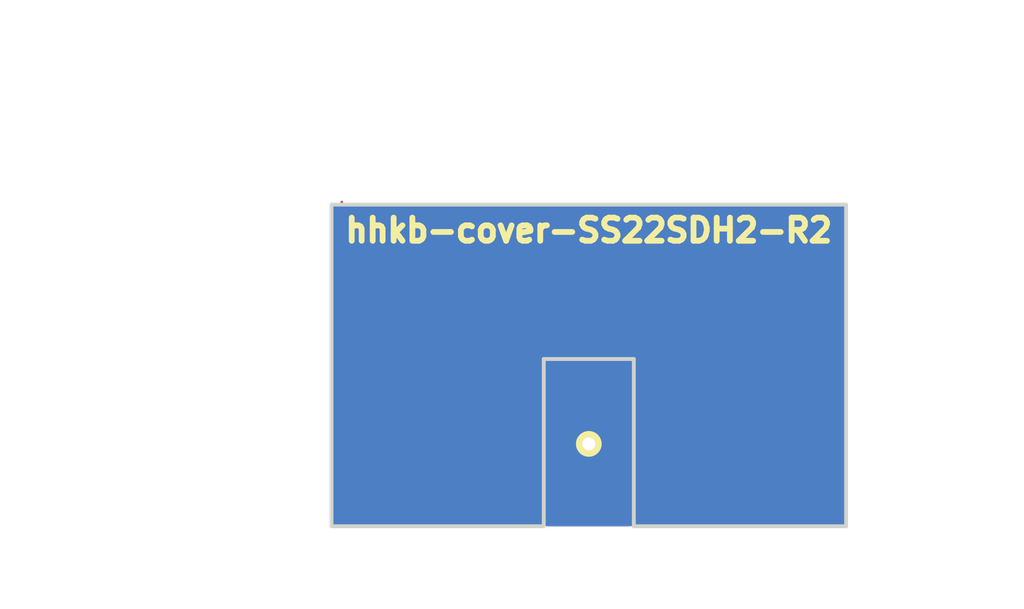
<source format=kicad_pcb>
(kicad_pcb (version 4) (host pcbnew 4.0.1-stable)

  (general
    (links 2)
    (no_connects 1)
    (area 133.850001 92.9 179.185715 118.200001)
    (thickness 1.6)
    (drawings 21)
    (tracks 0)
    (zones 0)
    (modules 3)
    (nets 2)
  )

  (page A4)
  (title_block
    (rev 2)
  )

  (layers
    (0 F.Cu signal)
    (31 B.Cu signal)
    (32 B.Adhes user)
    (33 F.Adhes user)
    (34 B.Paste user)
    (35 F.Paste user)
    (36 B.SilkS user)
    (37 F.SilkS user)
    (38 B.Mask user)
    (39 F.Mask user)
    (40 Dwgs.User user)
    (41 Cmts.User user)
    (42 Eco1.User user)
    (43 Eco2.User user)
    (44 Edge.Cuts user)
    (45 Margin user)
    (46 B.CrtYd user)
    (47 F.CrtYd user)
    (48 B.Fab user)
    (49 F.Fab user)
  )

  (setup
    (last_trace_width 0.25)
    (trace_clearance 0.2)
    (zone_clearance 0)
    (zone_45_only no)
    (trace_min 0.2)
    (segment_width 0.2)
    (edge_width 0.15)
    (via_size 0.6)
    (via_drill 0.4)
    (via_min_size 0.4)
    (via_min_drill 0.3)
    (uvia_size 0.3)
    (uvia_drill 0.1)
    (uvias_allowed no)
    (uvia_min_size 0.2)
    (uvia_min_drill 0.1)
    (pcb_text_width 0.3)
    (pcb_text_size 1.5 1.5)
    (mod_edge_width 0.15)
    (mod_text_size 1 1)
    (mod_text_width 0.15)
    (pad_size 20 12.5)
    (pad_drill 0)
    (pad_to_mask_clearance 0.2)
    (aux_axis_origin 0 0)
    (visible_elements 7FFFFFFF)
    (pcbplotparams
      (layerselection 0x010f0_80000001)
      (usegerberextensions false)
      (excludeedgelayer true)
      (linewidth 0.100000)
      (plotframeref false)
      (viasonmask false)
      (mode 1)
      (useauxorigin true)
      (hpglpennumber 1)
      (hpglpenspeed 20)
      (hpglpendiameter 15)
      (hpglpenoverlay 2)
      (psnegative false)
      (psa4output false)
      (plotreference true)
      (plotvalue true)
      (plotinvisibletext false)
      (padsonsilk false)
      (subtractmaskfromsilk false)
      (outputformat 1)
      (mirror false)
      (drillshape 0)
      (scaleselection 1)
      (outputdirectory plot/))
  )

  (net 0 "")
  (net 1 GND)

  (net_class Default "This is the default net class."
    (clearance 0.2)
    (trace_width 0.25)
    (via_dia 0.6)
    (via_drill 0.4)
    (uvia_dia 0.3)
    (uvia_drill 0.1)
    (add_net GND)
  )

  (module hhkb-covers:dummy-via (layer F.Cu) (tedit 57588810) (tstamp 57588913)
    (at 160 109.8)
    (path /575583FB)
    (fp_text reference P1 (at 0 1.3) (layer F.SilkS) hide
      (effects (font (size 1 1) (thickness 0.15)))
    )
    (fp_text value drill (at 0 -1.65) (layer F.Fab)
      (effects (font (size 1 1) (thickness 0.15)))
    )
    (pad 1 thru_hole circle (at 0 0) (size 1 1) (drill 0.5) (layers *.Cu *.Mask F.SilkS)
      (net 1 GND))
  )

  (module hhkb-covers:20x13smd (layer B.Cu) (tedit 57632B5E) (tstamp 575890C1)
    (at 160 106.75)
    (path /57588635)
    (fp_text reference P2 (at 0.05 -3.7) (layer B.SilkS) hide
      (effects (font (size 1 1) (thickness 0.15)) (justify mirror))
    )
    (fp_text value 20x13smd (at 0 4.7) (layer B.Fab)
      (effects (font (size 1 1) (thickness 0.15)) (justify mirror))
    )
    (pad 1 smd rect (at 0 0) (size 20 12.5) (layers B.Cu B.Mask)
      (net 1 GND))
  )

  (module hhkb-covers:tiny-smd (layer F.Cu) (tedit 57589154) (tstamp 575890C6)
    (at 150.4 100.4)
    (descr "module 1 pin (ou trou mecanique de percage)")
    (tags DEV)
    (path /57588F94)
    (fp_text reference P3 (at 0 3) (layer F.SilkS) hide
      (effects (font (size 1 1) (thickness 0.15)))
    )
    (fp_text value smd-top (at 0 -2.65) (layer F.Fab)
      (effects (font (size 1 1) (thickness 0.15)))
    )
    (pad 1 smd circle (at 0 0) (size 0.1 0.1) (layers F.Cu F.Mask)
      (net 1 GND) (solder_mask_margin -0.5) (zone_connect 2))
  )

  (dimension 12.5 (width 0.3) (layer Dwgs.User)
    (gr_text "12.500 mm" (at 140.5 106.75 90) (layer Dwgs.User)
      (effects (font (size 1.5 1.5) (thickness 0.3)))
    )
    (feature1 (pts (xy 150 100.5) (xy 142.05 100.5)))
    (feature2 (pts (xy 150 113) (xy 142.05 113)))
    (crossbar (pts (xy 144.75 113) (xy 144.75 100.5)))
    (arrow1a (pts (xy 144.75 100.5) (xy 145.336421 101.626504)))
    (arrow1b (pts (xy 144.75 100.5) (xy 144.163579 101.626504)))
    (arrow2a (pts (xy 144.75 113) (xy 145.336421 111.873496)))
    (arrow2b (pts (xy 144.75 113) (xy 144.163579 111.873496)))
  )
  (dimension 20 (width 0.3) (layer Dwgs.User)
    (gr_text "20.000 mm" (at 160 94.4) (layer Dwgs.User)
      (effects (font (size 1.5 1.5) (thickness 0.3)))
    )
    (feature1 (pts (xy 150 100.5) (xy 150 93.05)))
    (feature2 (pts (xy 170 100.5) (xy 170 93.05)))
    (crossbar (pts (xy 170 95.75) (xy 150 95.75)))
    (arrow1a (pts (xy 150 95.75) (xy 151.126504 95.163579)))
    (arrow1b (pts (xy 150 95.75) (xy 151.126504 96.336421)))
    (arrow2a (pts (xy 170 95.75) (xy 168.873496 95.163579)))
    (arrow2b (pts (xy 170 95.75) (xy 168.873496 96.336421)))
  )
  (gr_line (start 166 104.7) (end 167.5 106.2) (angle 90) (layer Dwgs.User) (width 0.2))
  (gr_line (start 166 112.3) (end 167.5 110.8) (angle 90) (layer Dwgs.User) (width 0.2))
  (gr_line (start 154 112.3) (end 152.5 110.8) (angle 90) (layer Dwgs.User) (width 0.2))
  (gr_line (start 154 104.7) (end 152.5 106.2) (angle 90) (layer Dwgs.User) (width 0.2))
  (gr_line (start 167.5 106.2) (end 167.5 110.8) (angle 90) (layer Dwgs.User) (width 0.2))
  (gr_line (start 152.5 106.2) (end 152.5 110.8) (angle 90) (layer Dwgs.User) (width 0.2))
  (gr_line (start 154 112.3) (end 166 112.3) (angle 90) (layer Dwgs.User) (width 0.2))
  (gr_line (start 154 104.7) (end 166 104.7) (angle 90) (layer Dwgs.User) (width 0.2))
  (gr_text hhkb-cover-SS22SDH2-R2 (at 160 101.5) (layer F.SilkS)
    (effects (font (size 0.9 0.9) (thickness 0.225)))
  )
  (dimension 3.5 (width 0.3) (layer Dwgs.User)
    (gr_text "3.500 mm" (at 168.5 115.5) (layer Dwgs.User) (tstamp 5755AD39)
      (effects (font (size 1.5 1.5) (thickness 0.3)))
    )
    (feature1 (pts (xy 161.75 113) (xy 161.75 118.2)))
    (feature2 (pts (xy 158.25 113) (xy 158.25 118.2)))
    (crossbar (pts (xy 158.25 115.5) (xy 161.75 115.5)))
    (arrow1a (pts (xy 161.75 115.5) (xy 160.623496 116.086421)))
    (arrow1b (pts (xy 161.75 115.5) (xy 160.623496 114.913579)))
    (arrow2a (pts (xy 158.25 115.5) (xy 159.376504 116.086421)))
    (arrow2b (pts (xy 158.25 115.5) (xy 159.376504 114.913579)))
  )
  (dimension 6.5 (width 0.3) (layer Dwgs.User)
    (gr_text "6.500 mm" (at 173.25 99.75 90) (layer Dwgs.User)
      (effects (font (size 1.5 1.5) (thickness 0.3)))
    )
    (feature1 (pts (xy 161.75 106.5) (xy 175.6 106.5)))
    (feature2 (pts (xy 161.75 113) (xy 175.6 113)))
    (crossbar (pts (xy 172.9 113) (xy 172.9 106.5)))
    (arrow1a (pts (xy 172.9 106.5) (xy 173.486421 107.626504)))
    (arrow1b (pts (xy 172.9 106.5) (xy 172.313579 107.626504)))
    (arrow2a (pts (xy 172.9 113) (xy 173.486421 111.873496)))
    (arrow2b (pts (xy 172.9 113) (xy 172.313579 111.873496)))
  )
  (gr_line (start 161.75 106.5) (end 161.75 113) (angle 90) (layer Edge.Cuts) (width 0.15))
  (gr_line (start 158.25 106.5) (end 161.75 106.5) (angle 90) (layer Edge.Cuts) (width 0.15))
  (gr_line (start 158.25 113) (end 158.25 106.5) (angle 90) (layer Edge.Cuts) (width 0.15))
  (gr_line (start 170 113) (end 161.75 113) (angle 90) (layer Edge.Cuts) (width 0.15))
  (gr_line (start 170 100.5) (end 150 100.5) (angle 90) (layer Edge.Cuts) (width 0.15))
  (gr_line (start 170 113) (end 170 100.5) (angle 90) (layer Edge.Cuts) (width 0.15))
  (gr_line (start 150 113) (end 158.25 113) (angle 90) (layer Edge.Cuts) (width 0.15))
  (gr_line (start 150 100.5) (end 150 113) (angle 90) (layer Edge.Cuts) (width 0.15))

  (zone (net 1) (net_name GND) (layer F.Cu) (tstamp 57558523) (hatch edge 0.508)
    (connect_pads (clearance 0))
    (min_thickness 0.254)
    (fill yes (arc_segments 16) (thermal_gap 0.508) (thermal_bridge_width 0.508))
    (polygon
      (pts
        (xy 170 113) (xy 150 113) (xy 150 100.5) (xy 170 100.5) (xy 170 113)
      )
    )
    (filled_polygon
      (pts
        (xy 161.548 112.873) (xy 158.452 112.873) (xy 158.452 110.590104) (xy 159.389501 110.590104) (xy 159.426648 110.805217)
        (xy 159.854972 110.948112) (xy 160.305375 110.916217) (xy 160.573352 110.805217) (xy 160.610499 110.590104) (xy 160 109.979605)
        (xy 159.389501 110.590104) (xy 158.452 110.590104) (xy 158.452 109.654972) (xy 158.851888 109.654972) (xy 158.883783 110.105375)
        (xy 158.994783 110.373352) (xy 159.209896 110.410499) (xy 159.820395 109.8) (xy 160.179605 109.8) (xy 160.790104 110.410499)
        (xy 161.005217 110.373352) (xy 161.148112 109.945028) (xy 161.116217 109.494625) (xy 161.005217 109.226648) (xy 160.790104 109.189501)
        (xy 160.179605 109.8) (xy 159.820395 109.8) (xy 159.209896 109.189501) (xy 158.994783 109.226648) (xy 158.851888 109.654972)
        (xy 158.452 109.654972) (xy 158.452 109.009896) (xy 159.389501 109.009896) (xy 160 109.620395) (xy 160.610499 109.009896)
        (xy 160.573352 108.794783) (xy 160.145028 108.651888) (xy 159.694625 108.683783) (xy 159.426648 108.794783) (xy 159.389501 109.009896)
        (xy 158.452 109.009896) (xy 158.452 106.702) (xy 161.548 106.702)
      )
    )
  )
  (zone (net 1) (net_name GND) (layer B.Cu) (tstamp 57558523) (hatch edge 0.508)
    (connect_pads yes (clearance 0))
    (min_thickness 0.254)
    (fill yes (arc_segments 16) (thermal_gap 0.508) (thermal_bridge_width 0.508))
    (polygon
      (pts
        (xy 170 113) (xy 150 113) (xy 150 100.5) (xy 170 100.5) (xy 170 113)
      )
    )
    (filled_polygon
      (pts
        (xy 161.548 112.873) (xy 158.452 112.873) (xy 158.452 106.702) (xy 161.548 106.702)
      )
    )
  )
)

</source>
